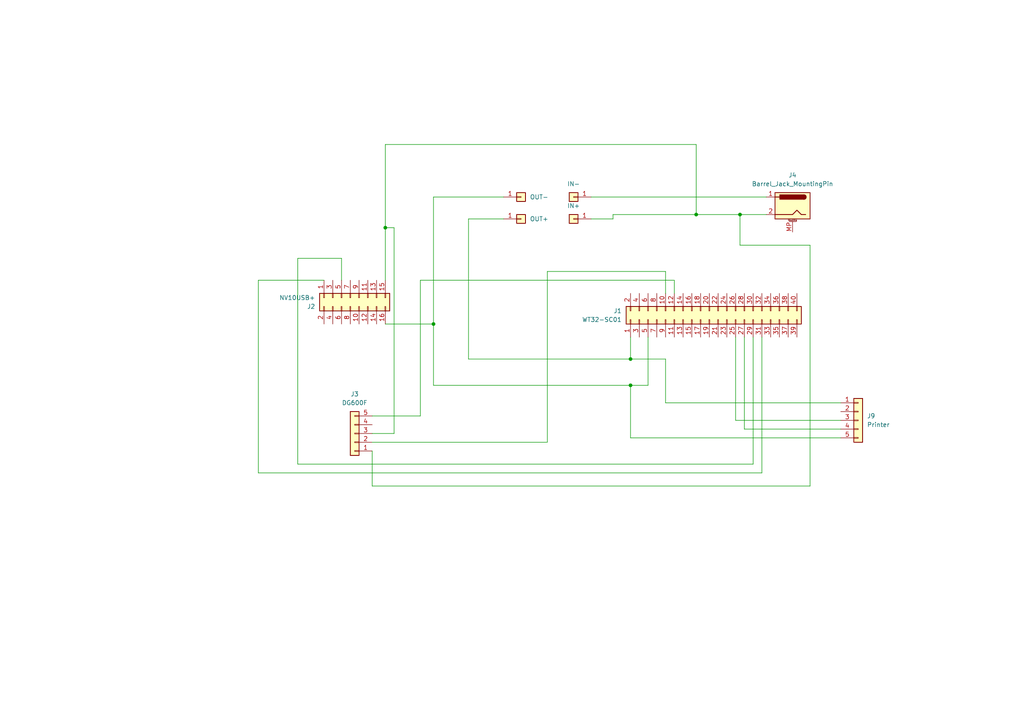
<source format=kicad_sch>
(kicad_sch (version 20230121) (generator eeschema)
  (paper "A4")
  (lib_symbols
    (symbol "Connector:Barrel_Jack_MountingPin" (pin_names hide)
      (property "Reference" "J" (at 0 5.334 0))
      (property "Value" "Barrel_Jack_MountingPin" (at 1.27 -6.35 0))
      (symbol "Barrel_Jack_MountingPin_0_1"
        (rectangle (start -5.08 3.81) (end 5.08 -3.81) (stroke (width 0.254)) (fill (type background)))
        (arc (start -3.302 3.175) (mid -3.9343 2.54) (end -3.302 1.905) (stroke (width 0.254)))
        (arc (start -3.302 3.175) (mid -3.9343 2.54) (end -3.302 1.905) (stroke (width 0.254)) (fill (type outline)))
        (polyline (pts (xy 5.08 2.54) (xy 3.81 2.54)) (stroke (width 0.254)))
        (polyline (pts (xy -3.81 -2.54) (xy -2.54 -2.54) (xy -1.27 -1.27) (xy 0 -2.54) (xy 2.54 -2.54) (xy 5.08 -2.54)) (stroke (width 0.254)))
        (rectangle (start 3.683 3.175) (end -3.302 1.905) (stroke (width 0.254)) (fill (type outline)))
      )
      (symbol "Barrel_Jack_MountingPin_1_1"
        (polyline (pts (xy -1.016 -4.572) (xy 1.016 -4.572)) (stroke (width 0.1524)))
        (text "Mounting" (at 0 -4.191 0) (effects (font (size 0.381 0.381))))
        (pin passive line (at 7.62 2.54 180) (length 2.54) (name "~") (number "1"))
        (pin passive line (at 7.62 -2.54 180) (length 2.54) (name "~") (number "2"))
        (pin passive line (at 0 -7.62 90) (length 3.048) (name "MountPin") (number "MP"))
      )
    )
    (symbol "Connector_Generic:Conn_01x01" (pin_names (offset 1.016) hide)
      (property "Reference" "J" (at 0 2.54 0))
      (property "Value" "Conn_01x01" (at 0 -2.54 0))
      (symbol "Conn_01x01_1_1"
        (rectangle (start -1.27 0.127) (end 0 -0.127) (stroke (width 0.1524)))
        (rectangle (start -1.27 1.27) (end 1.27 -1.27) (stroke (width 0.254)) (fill (type background)))
        (pin passive line (at -5.08 0 0) (length 3.81) (name "Pin_1") (number "1"))
      )
    )
    (symbol "Connector_Generic:Conn_01x05" (pin_names (offset 1.016) hide)
      (property "Reference" "J" (at 0 7.62 0))
      (property "Value" "Conn_01x05" (at 0 -7.62 0))
      (symbol "Conn_01x05_1_1"
        (rectangle (start -1.27 -4.953) (end 0 -5.207) (stroke (width 0.1524)))
        (rectangle (start -1.27 -2.413) (end 0 -2.667) (stroke (width 0.1524)))
        (rectangle (start -1.27 0.127) (end 0 -0.127) (stroke (width 0.1524)))
        (rectangle (start -1.27 2.667) (end 0 2.413) (stroke (width 0.1524)))
        (rectangle (start -1.27 5.207) (end 0 4.953) (stroke (width 0.1524)))
        (rectangle (start -1.27 6.35) (end 1.27 -6.35) (stroke (width 0.254)) (fill (type background)))
        (pin passive line (at -5.08 5.08 0) (length 3.81) (name "Pin_1") (number "1"))
        (pin passive line (at -5.08 2.54 0) (length 3.81) (name "Pin_2") (number "2"))
        (pin passive line (at -5.08 0 0) (length 3.81) (name "Pin_3") (number "3"))
        (pin passive line (at -5.08 -2.54 0) (length 3.81) (name "Pin_4") (number "4"))
        (pin passive line (at -5.08 -5.08 0) (length 3.81) (name "Pin_5") (number "5"))
      )
    )
    (symbol "Connector_Generic:Conn_02x08_Odd_Even" (pin_names (offset 1.016) hide)
      (property "Reference" "J" (at 1.27 10.16 0))
      (property "Value" "Conn_02x08_Odd_Even" (at 1.27 -12.7 0))
      (symbol "Conn_02x08_Odd_Even_1_1"
        (rectangle (start -1.27 -10.033) (end 0 -10.287) (stroke (width 0.1524)))
        (rectangle (start -1.27 -7.493) (end 0 -7.747) (stroke (width 0.1524)))
        (rectangle (start -1.27 -4.953) (end 0 -5.207) (stroke (width 0.1524)))
        (rectangle (start -1.27 -2.413) (end 0 -2.667) (stroke (width 0.1524)))
        (rectangle (start -1.27 0.127) (end 0 -0.127) (stroke (width 0.1524)))
        (rectangle (start -1.27 2.667) (end 0 2.413) (stroke (width 0.1524)))
        (rectangle (start -1.27 5.207) (end 0 4.953) (stroke (width 0.1524)))
        (rectangle (start -1.27 7.747) (end 0 7.493) (stroke (width 0.1524)))
        (rectangle (start -1.27 8.89) (end 3.81 -11.43) (stroke (width 0.254)) (fill (type background)))
        (rectangle (start 3.81 -10.033) (end 2.54 -10.287) (stroke (width 0.1524)))
        (rectangle (start 3.81 -7.493) (end 2.54 -7.747) (stroke (width 0.1524)))
        (rectangle (start 3.81 -4.953) (end 2.54 -5.207) (stroke (width 0.1524)))
        (rectangle (start 3.81 -2.413) (end 2.54 -2.667) (stroke (width 0.1524)))
        (rectangle (start 3.81 0.127) (end 2.54 -0.127) (stroke (width 0.1524)))
        (rectangle (start 3.81 2.667) (end 2.54 2.413) (stroke (width 0.1524)))
        (rectangle (start 3.81 5.207) (end 2.54 4.953) (stroke (width 0.1524)))
        (rectangle (start 3.81 7.747) (end 2.54 7.493) (stroke (width 0.1524)))
        (pin passive line (at -5.08 7.62 0) (length 3.81) (name "Pin_1") (number "1"))
        (pin passive line (at 7.62 -2.54 180) (length 3.81) (name "Pin_10") (number "10"))
        (pin passive line (at -5.08 -5.08 0) (length 3.81) (name "Pin_11") (number "11"))
        (pin passive line (at 7.62 -5.08 180) (length 3.81) (name "Pin_12") (number "12"))
        (pin passive line (at -5.08 -7.62 0) (length 3.81) (name "Pin_13") (number "13"))
        (pin passive line (at 7.62 -7.62 180) (length 3.81) (name "Pin_14") (number "14"))
        (pin passive line (at -5.08 -10.16 0) (length 3.81) (name "Pin_15") (number "15"))
        (pin passive line (at 7.62 -10.16 180) (length 3.81) (name "Pin_16") (number "16"))
        (pin passive line (at 7.62 7.62 180) (length 3.81) (name "Pin_2") (number "2"))
        (pin passive line (at -5.08 5.08 0) (length 3.81) (name "Pin_3") (number "3"))
        (pin passive line (at 7.62 5.08 180) (length 3.81) (name "Pin_4") (number "4"))
        (pin passive line (at -5.08 2.54 0) (length 3.81) (name "Pin_5") (number "5"))
        (pin passive line (at 7.62 2.54 180) (length 3.81) (name "Pin_6") (number "6"))
        (pin passive line (at -5.08 0 0) (length 3.81) (name "Pin_7") (number "7"))
        (pin passive line (at 7.62 0 180) (length 3.81) (name "Pin_8") (number "8"))
        (pin passive line (at -5.08 -2.54 0) (length 3.81) (name "Pin_9") (number "9"))
      )
    )
    (symbol "Connector_Generic:Conn_02x20_Odd_Even" (pin_names (offset 1.016) hide)
      (property "Reference" "J" (at 1.27 25.4 0))
      (property "Value" "Conn_02x20_Odd_Even" (at 1.27 -27.94 0))
      (symbol "Conn_02x20_Odd_Even_1_1"
        (rectangle (start -1.27 -25.273) (end 0 -25.527) (stroke (width 0.1524)))
        (rectangle (start -1.27 -22.733) (end 0 -22.987) (stroke (width 0.1524)))
        (rectangle (start -1.27 -20.193) (end 0 -20.447) (stroke (width 0.1524)))
        (rectangle (start -1.27 -17.653) (end 0 -17.907) (stroke (width 0.1524)))
        (rectangle (start -1.27 -15.113) (end 0 -15.367) (stroke (width 0.1524)))
        (rectangle (start -1.27 -12.573) (end 0 -12.827) (stroke (width 0.1524)))
        (rectangle (start -1.27 -10.033) (end 0 -10.287) (stroke (width 0.1524)))
        (rectangle (start -1.27 -7.493) (end 0 -7.747) (stroke (width 0.1524)))
        (rectangle (start -1.27 -4.953) (end 0 -5.207) (stroke (width 0.1524)))
        (rectangle (start -1.27 -2.413) (end 0 -2.667) (stroke (width 0.1524)))
        (rectangle (start -1.27 0.127) (end 0 -0.127) (stroke (width 0.1524)))
        (rectangle (start -1.27 2.667) (end 0 2.413) (stroke (width 0.1524)))
        (rectangle (start -1.27 5.207) (end 0 4.953) (stroke (width 0.1524)))
        (rectangle (start -1.27 7.747) (end 0 7.493) (stroke (width 0.1524)))
        (rectangle (start -1.27 10.287) (end 0 10.033) (stroke (width 0.1524)))
        (rectangle (start -1.27 12.827) (end 0 12.573) (stroke (width 0.1524)))
        (rectangle (start -1.27 15.367) (end 0 15.113) (stroke (width 0.1524)))
        (rectangle (start -1.27 17.907) (end 0 17.653) (stroke (width 0.1524)))
        (rectangle (start -1.27 20.447) (end 0 20.193) (stroke (width 0.1524)))
        (rectangle (start -1.27 22.987) (end 0 22.733) (stroke (width 0.1524)))
        (rectangle (start -1.27 24.13) (end 3.81 -26.67) (stroke (width 0.254)) (fill (type background)))
        (rectangle (start 3.81 -25.273) (end 2.54 -25.527) (stroke (width 0.1524)))
        (rectangle (start 3.81 -22.733) (end 2.54 -22.987) (stroke (width 0.1524)))
        (rectangle (start 3.81 -20.193) (end 2.54 -20.447) (stroke (width 0.1524)))
        (rectangle (start 3.81 -17.653) (end 2.54 -17.907) (stroke (width 0.1524)))
        (rectangle (start 3.81 -15.113) (end 2.54 -15.367) (stroke (width 0.1524)))
        (rectangle (start 3.81 -12.573) (end 2.54 -12.827) (stroke (width 0.1524)))
        (rectangle (start 3.81 -10.033) (end 2.54 -10.287) (stroke (width 0.1524)))
        (rectangle (start 3.81 -7.493) (end 2.54 -7.747) (stroke (width 0.1524)))
        (rectangle (start 3.81 -4.953) (end 2.54 -5.207) (stroke (width 0.1524)))
        (rectangle (start 3.81 -2.413) (end 2.54 -2.667) (stroke (width 0.1524)))
        (rectangle (start 3.81 0.127) (end 2.54 -0.127) (stroke (width 0.1524)))
        (rectangle (start 3.81 2.667) (end 2.54 2.413) (stroke (width 0.1524)))
        (rectangle (start 3.81 5.207) (end 2.54 4.953) (stroke (width 0.1524)))
        (rectangle (start 3.81 7.747) (end 2.54 7.493) (stroke (width 0.1524)))
        (rectangle (start 3.81 10.287) (end 2.54 10.033) (stroke (width 0.1524)))
        (rectangle (start 3.81 12.827) (end 2.54 12.573) (stroke (width 0.1524)))
        (rectangle (start 3.81 15.367) (end 2.54 15.113) (stroke (width 0.1524)))
        (rectangle (start 3.81 17.907) (end 2.54 17.653) (stroke (width 0.1524)))
        (rectangle (start 3.81 20.447) (end 2.54 20.193) (stroke (width 0.1524)))
        (rectangle (start 3.81 22.987) (end 2.54 22.733) (stroke (width 0.1524)))
        (pin passive line (at -5.08 22.86 0) (length 3.81) (name "Pin_1") (number "1"))
        (pin passive line (at 7.62 12.7 180) (length 3.81) (name "Pin_10") (number "10"))
        (pin passive line (at -5.08 10.16 0) (length 3.81) (name "Pin_11") (number "11"))
        (pin passive line (at 7.62 10.16 180) (length 3.81) (name "Pin_12") (number "12"))
        (pin passive line (at -5.08 7.62 0) (length 3.81) (name "Pin_13") (number "13"))
        (pin passive line (at 7.62 7.62 180) (length 3.81) (name "Pin_14") (number "14"))
        (pin passive line (at -5.08 5.08 0) (length 3.81) (name "Pin_15") (number "15"))
        (pin passive line (at 7.62 5.08 180) (length 3.81) (name "Pin_16") (number "16"))
        (pin passive line (at -5.08 2.54 0) (length 3.81) (name "Pin_17") (number "17"))
        (pin passive line (at 7.62 2.54 180) (length 3.81) (name "Pin_18") (number "18"))
        (pin passive line (at -5.08 0 0) (length 3.81) (name "Pin_19") (number "19"))
        (pin passive line (at 7.62 22.86 180) (length 3.81) (name "Pin_2") (number "2"))
        (pin passive line (at 7.62 0 180) (length 3.81) (name "Pin_20") (number "20"))
        (pin passive line (at -5.08 -2.54 0) (length 3.81) (name "Pin_21") (number "21"))
        (pin passive line (at 7.62 -2.54 180) (length 3.81) (name "Pin_22") (number "22"))
        (pin passive line (at -5.08 -5.08 0) (length 3.81) (name "Pin_23") (number "23"))
        (pin passive line (at 7.62 -5.08 180) (length 3.81) (name "Pin_24") (number "24"))
        (pin passive line (at -5.08 -7.62 0) (length 3.81) (name "Pin_25") (number "25"))
        (pin passive line (at 7.62 -7.62 180) (length 3.81) (name "Pin_26") (number "26"))
        (pin passive line (at -5.08 -10.16 0) (length 3.81) (name "Pin_27") (number "27"))
        (pin passive line (at 7.62 -10.16 180) (length 3.81) (name "Pin_28") (number "28"))
        (pin passive line (at -5.08 -12.7 0) (length 3.81) (name "Pin_29") (number "29"))
        (pin passive line (at -5.08 20.32 0) (length 3.81) (name "Pin_3") (number "3"))
        (pin passive line (at 7.62 -12.7 180) (length 3.81) (name "Pin_30") (number "30"))
        (pin passive line (at -5.08 -15.24 0) (length 3.81) (name "Pin_31") (number "31"))
        (pin passive line (at 7.62 -15.24 180) (length 3.81) (name "Pin_32") (number "32"))
        (pin passive line (at -5.08 -17.78 0) (length 3.81) (name "Pin_33") (number "33"))
        (pin passive line (at 7.62 -17.78 180) (length 3.81) (name "Pin_34") (number "34"))
        (pin passive line (at -5.08 -20.32 0) (length 3.81) (name "Pin_35") (number "35"))
        (pin passive line (at 7.62 -20.32 180) (length 3.81) (name "Pin_36") (number "36"))
        (pin passive line (at -5.08 -22.86 0) (length 3.81) (name "Pin_37") (number "37"))
        (pin passive line (at 7.62 -22.86 180) (length 3.81) (name "Pin_38") (number "38"))
        (pin passive line (at -5.08 -25.4 0) (length 3.81) (name "Pin_39") (number "39"))
        (pin passive line (at 7.62 20.32 180) (length 3.81) (name "Pin_4") (number "4"))
        (pin passive line (at 7.62 -25.4 180) (length 3.81) (name "Pin_40") (number "40"))
        (pin passive line (at -5.08 17.78 0) (length 3.81) (name "Pin_5") (number "5"))
        (pin passive line (at 7.62 17.78 180) (length 3.81) (name "Pin_6") (number "6"))
        (pin passive line (at -5.08 15.24 0) (length 3.81) (name "Pin_7") (number "7"))
        (pin passive line (at 7.62 15.24 180) (length 3.81) (name "Pin_8") (number "8"))
        (pin passive line (at -5.08 12.7 0) (length 3.81) (name "Pin_9") (number "9"))
      )
    )
  )
  (junction (at 182.88 104.14))
  (junction (at 214.63 62.23))
  (junction (at 111.76 66.04))
  (junction (at 201.93 62.23))
  (junction (at 182.88 111.76))
  (junction (at 125.73 93.98))
  (wire (pts (xy 182.88 104.14) (xy 182.88 97.79)))
  (wire (pts (xy 99.06 74.93) (xy 86.36 74.93)))
  (wire (pts (xy 220.98 97.79) (xy 220.98 137.16)))
  (wire (pts (xy 214.63 71.12) (xy 214.63 62.23)))
  (wire (pts (xy 182.88 111.76) (xy 187.96 111.76)))
  (wire (pts (xy 111.76 93.98) (xy 125.73 93.98)))
  (wire (pts (xy 201.93 41.91) (xy 201.93 62.23)))
  (wire (pts (xy 125.73 111.76) (xy 182.88 111.76)))
  (wire (pts (xy 107.95 128.27) (xy 158.75 128.27)))
  (wire (pts (xy 121.92 120.65) (xy 121.92 81.28)))
  (wire (pts (xy 234.95 140.97) (xy 234.95 71.12)))
  (wire (pts (xy 111.76 41.91) (xy 201.93 41.91)))
  (wire (pts (xy 201.93 62.23) (xy 177.8 62.23)))
  (wire (pts (xy 135.89 63.5) (xy 146.05 63.5)))
  (wire (pts (xy 135.89 104.14) (xy 182.88 104.14)))
  (wire (pts (xy 243.84 116.84) (xy 193.04 116.84)))
  (wire (pts (xy 107.95 130.81) (xy 107.95 140.97)))
  (wire (pts (xy 125.73 57.15) (xy 125.73 93.98)))
  (wire (pts (xy 193.04 104.14) (xy 182.88 104.14)))
  (wire (pts (xy 177.8 63.5) (xy 177.8 62.23)))
  (wire (pts (xy 74.93 81.28) (xy 74.93 137.16)))
  (wire (pts (xy 121.92 81.28) (xy 195.58 81.28)))
  (wire (pts (xy 135.89 63.5) (xy 135.89 104.14)))
  (wire (pts (xy 111.76 41.91) (xy 111.76 66.04)))
  (wire (pts (xy 114.3 125.73) (xy 107.95 125.73)))
  (wire (pts (xy 222.25 62.23) (xy 214.63 62.23)))
  (wire (pts (xy 213.36 121.92) (xy 213.36 97.79)))
  (wire (pts (xy 107.95 120.65) (xy 121.92 120.65)))
  (wire (pts (xy 99.06 81.28) (xy 99.06 74.93)))
  (wire (pts (xy 125.73 57.15) (xy 146.05 57.15)))
  (wire (pts (xy 243.84 127) (xy 182.88 127)))
  (wire (pts (xy 74.93 137.16) (xy 220.98 137.16)))
  (wire (pts (xy 243.84 121.92) (xy 213.36 121.92)))
  (wire (pts (xy 234.95 71.12) (xy 214.63 71.12)))
  (wire (pts (xy 125.73 93.98) (xy 125.73 111.76)))
  (wire (pts (xy 182.88 127) (xy 182.88 111.76)))
  (wire (pts (xy 187.96 111.76) (xy 187.96 97.79)))
  (wire (pts (xy 158.75 128.27) (xy 158.75 78.74)))
  (wire (pts (xy 158.75 78.74) (xy 193.04 78.74)))
  (wire (pts (xy 195.58 81.28) (xy 195.58 85.09)))
  (wire (pts (xy 111.76 66.04) (xy 111.76 81.28)))
  (wire (pts (xy 215.9 97.79) (xy 215.9 124.46)))
  (wire (pts (xy 93.98 81.28) (xy 74.93 81.28)))
  (wire (pts (xy 193.04 116.84) (xy 193.04 104.14)))
  (wire (pts (xy 111.76 66.04) (xy 114.3 66.04)))
  (wire (pts (xy 86.36 134.62) (xy 218.44 134.62)))
  (wire (pts (xy 107.95 140.97) (xy 234.95 140.97)))
  (wire (pts (xy 215.9 124.46) (xy 243.84 124.46)))
  (wire (pts (xy 218.44 134.62) (xy 218.44 97.79)))
  (wire (pts (xy 171.45 57.15) (xy 222.25 57.15)))
  (wire (pts (xy 114.3 66.04) (xy 114.3 125.73)))
  (wire (pts (xy 86.36 74.93) (xy 86.36 134.62)))
  (wire (pts (xy 214.63 62.23) (xy 201.93 62.23)))
  (wire (pts (xy 193.04 78.74) (xy 193.04 85.09)))
  (wire (pts (xy 177.8 63.5) (xy 171.45 63.5)))
  (symbol (lib_id "Connector_Generic:Conn_01x01") (at 166.37 57.15 180) (unit 1)
    (property "Reference" "J6" (effects hide))
    (property "Value" "IN-" (at 166.37 53.34 0))
    (property "Footprint" "Connector_PinHeader_2.54mm:PinHeader_1x01_P2.54mm_Vertical" (effects hide))
  )
  (symbol (lib_id "Connector_Generic:Conn_01x01") (at 166.37 63.5 180) (unit 1)
    (property "Reference" "J5" (effects hide))
    (property "Value" "IN+" (at 166.37 59.69 0))
    (property "Footprint" "Connector_PinHeader_2.54mm:PinHeader_1x01_P2.54mm_Vertical" (effects hide))
  )
  (symbol (lib_id "Connector_Generic:Conn_01x01") (at 151.13 57.15 0) (unit 1)
    (property "Reference" "J8" (effects hide))
    (property "Value" "OUT-" (at 153.67 57.15 0) (effects (justify left)))
    (property "Footprint" "Connector_PinHeader_2.54mm:PinHeader_1x01_P2.54mm_Vertical" (effects hide))
  )
  (symbol (lib_id "Connector_Generic:Conn_01x05") (at 248.92 121.92 0) (unit 1)
    (property "Reference" "J9" (at 251.46 120.65 0) (effects (justify left)))
    (property "Value" "Printer" (at 251.46 123.19 0) (effects (justify left)))
    (property "Footprint" "Connector_PinHeader_2.54mm:PinHeader_1x05_P2.54mm_Vertical" (effects hide))
  )
  (symbol (lib_id "Connector_Generic:Conn_01x01") (at 151.13 63.5 0) (unit 1)
    (property "Reference" "J7" (effects hide))
    (property "Value" "OUT+" (at 153.67 63.5 0) (effects (justify left)))
    (property "Footprint" "Connector_PinHeader_2.54mm:PinHeader_1x01_P2.54mm_Vertical" (effects hide))
  )
  (symbol (lib_id "Connector_Generic:Conn_01x05") (at 102.87 125.73 180) (unit 1)
    (property "Reference" "J3" (at 102.87 114.3 0))
    (property "Value" "DG600F" (at 102.87 116.84 0))
    (property "Footprint" "Connector_PinHeader_2.54mm:PinHeader_1x05_P2.54mm_Vertical" (effects hide))
  )
  (symbol (lib_id "Connector_Generic:Conn_02x20_Odd_Even") (at 205.74 92.71 90) (unit 1)
    (property "Reference" "J1" (at 180.34 90.17 90) (effects (justify left)))
    (property "Value" "WT32-SC01" (at 180.34 92.71 90) (effects (justify left)))
    (property "Footprint" "Connector_PinHeader_2.00mm:PinHeader_2x20_P2.00mm_Vertical" (effects hide))
  )
  (symbol (lib_id "Connector_Generic:Conn_02x08_Odd_Even") (at 101.6 86.36 90) (mirror x) (unit 1)
    (property "Reference" "J2" (at 91.44 88.9 90) (effects (justify left)))
    (property "Value" "NV10USB+" (at 91.44 86.36 90) (effects (justify left)))
    (property "Footprint" "Connector_PinHeader_2.54mm:PinHeader_2x08_P2.54mm_Vertical" (effects hide))
  )
  (symbol (lib_id "Connector:Barrel_Jack_MountingPin") (at 229.87 59.69 0) (mirror y) (unit 1)
    (property "Reference" "J4" (at 229.87 50.8 0))
    (property "Value" "Barrel_Jack_MountingPin" (at 229.87 53.34 0))
    (property "Footprint" "Connector_BarrelJack:BarrelJack_CUI_PJ-063AH_Horizontal" (effects hide))
  )
)
</source>
